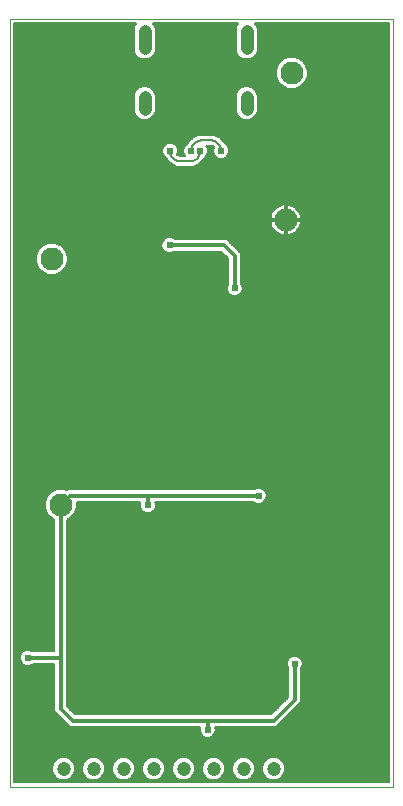
<source format=gbl>
G75*
%MOIN*%
%OFA0B0*%
%FSLAX25Y25*%
%IPPOS*%
%LPD*%
%AMOC8*
5,1,8,0,0,1.08239X$1,22.5*
%
%ADD10C,0.00000*%
%ADD11C,0.04331*%
%ADD12C,0.07677*%
%ADD13C,0.04724*%
%ADD14C,0.00600*%
%ADD15C,0.02400*%
%ADD16C,0.01000*%
%ADD17C,0.01200*%
%ADD18C,0.00500*%
D10*
X0001300Y0001500D02*
X0001300Y0257500D01*
X0129221Y0257500D01*
X0129221Y0001500D01*
X0001300Y0001500D01*
D11*
X0046292Y0227531D02*
X0046292Y0231469D01*
X0046292Y0231469D01*
X0046292Y0227531D01*
X0046292Y0227531D01*
X0046292Y0247649D02*
X0046292Y0253555D01*
X0046292Y0253555D01*
X0046292Y0247649D01*
X0046292Y0247649D01*
X0046292Y0251979D02*
X0046292Y0251979D01*
X0080308Y0253555D02*
X0080308Y0247649D01*
X0080308Y0253555D02*
X0080308Y0253555D01*
X0080308Y0247649D01*
X0080308Y0247649D01*
X0080308Y0251979D02*
X0080308Y0251979D01*
X0080308Y0231469D02*
X0080308Y0227531D01*
X0080308Y0231469D02*
X0080308Y0231469D01*
X0080308Y0227531D01*
X0080308Y0227531D01*
D12*
X0095300Y0239500D03*
X0093300Y0190500D03*
X0018300Y0095500D03*
X0015300Y0177500D03*
D13*
X0019300Y0007500D03*
X0029300Y0007500D03*
X0039300Y0007500D03*
X0049300Y0007500D03*
X0059300Y0007500D03*
X0069300Y0007500D03*
X0079300Y0007500D03*
X0089300Y0007500D03*
D14*
X0087913Y0003894D02*
X0080687Y0003894D01*
X0080068Y0003638D02*
X0081488Y0004226D01*
X0082574Y0005312D01*
X0083162Y0006732D01*
X0083162Y0008268D01*
X0082574Y0009688D01*
X0081488Y0010774D01*
X0080068Y0011362D01*
X0078532Y0011362D01*
X0077112Y0010774D01*
X0076026Y0009688D01*
X0075438Y0008268D01*
X0075438Y0006732D01*
X0076026Y0005312D01*
X0077112Y0004226D01*
X0078532Y0003638D01*
X0080068Y0003638D01*
X0081755Y0004493D02*
X0086845Y0004493D01*
X0087112Y0004226D02*
X0088532Y0003638D01*
X0090068Y0003638D01*
X0091488Y0004226D01*
X0092574Y0005312D01*
X0093162Y0006732D01*
X0093162Y0008268D01*
X0092574Y0009688D01*
X0091488Y0010774D01*
X0090068Y0011362D01*
X0088532Y0011362D01*
X0087112Y0010774D01*
X0086026Y0009688D01*
X0085438Y0008268D01*
X0085438Y0006732D01*
X0086026Y0005312D01*
X0087112Y0004226D01*
X0086247Y0005091D02*
X0082353Y0005091D01*
X0082731Y0005690D02*
X0085869Y0005690D01*
X0085622Y0006288D02*
X0082978Y0006288D01*
X0083162Y0006887D02*
X0085438Y0006887D01*
X0085438Y0007485D02*
X0083162Y0007485D01*
X0083162Y0008084D02*
X0085438Y0008084D01*
X0085609Y0008682D02*
X0082991Y0008682D01*
X0082743Y0009281D02*
X0085857Y0009281D01*
X0086217Y0009879D02*
X0082383Y0009879D01*
X0081784Y0010478D02*
X0086816Y0010478D01*
X0087841Y0011076D02*
X0080759Y0011076D01*
X0077841Y0011076D02*
X0070759Y0011076D01*
X0070068Y0011362D02*
X0068532Y0011362D01*
X0067112Y0010774D01*
X0066026Y0009688D01*
X0065438Y0008268D01*
X0065438Y0006732D01*
X0066026Y0005312D01*
X0067112Y0004226D01*
X0068532Y0003638D01*
X0070068Y0003638D01*
X0071488Y0004226D01*
X0072574Y0005312D01*
X0073162Y0006732D01*
X0073162Y0008268D01*
X0072574Y0009688D01*
X0071488Y0010774D01*
X0070068Y0011362D01*
X0071784Y0010478D02*
X0076816Y0010478D01*
X0076217Y0009879D02*
X0072383Y0009879D01*
X0072743Y0009281D02*
X0075857Y0009281D01*
X0075609Y0008682D02*
X0072991Y0008682D01*
X0073162Y0008084D02*
X0075438Y0008084D01*
X0075438Y0007485D02*
X0073162Y0007485D01*
X0073162Y0006887D02*
X0075438Y0006887D01*
X0075622Y0006288D02*
X0072978Y0006288D01*
X0072731Y0005690D02*
X0075869Y0005690D01*
X0076247Y0005091D02*
X0072353Y0005091D01*
X0071755Y0004493D02*
X0076845Y0004493D01*
X0077913Y0003894D02*
X0070687Y0003894D01*
X0067913Y0003894D02*
X0060687Y0003894D01*
X0060068Y0003638D02*
X0061488Y0004226D01*
X0062574Y0005312D01*
X0063162Y0006732D01*
X0063162Y0008268D01*
X0062574Y0009688D01*
X0061488Y0010774D01*
X0060068Y0011362D01*
X0058532Y0011362D01*
X0057112Y0010774D01*
X0056026Y0009688D01*
X0055438Y0008268D01*
X0055438Y0006732D01*
X0056026Y0005312D01*
X0057112Y0004226D01*
X0058532Y0003638D01*
X0060068Y0003638D01*
X0057913Y0003894D02*
X0050687Y0003894D01*
X0050068Y0003638D02*
X0051488Y0004226D01*
X0052574Y0005312D01*
X0053162Y0006732D01*
X0053162Y0008268D01*
X0052574Y0009688D01*
X0051488Y0010774D01*
X0050068Y0011362D01*
X0048532Y0011362D01*
X0047112Y0010774D01*
X0046026Y0009688D01*
X0045438Y0008268D01*
X0045438Y0006732D01*
X0046026Y0005312D01*
X0047112Y0004226D01*
X0048532Y0003638D01*
X0050068Y0003638D01*
X0051755Y0004493D02*
X0056845Y0004493D01*
X0056247Y0005091D02*
X0052353Y0005091D01*
X0052731Y0005690D02*
X0055869Y0005690D01*
X0055622Y0006288D02*
X0052978Y0006288D01*
X0053162Y0006887D02*
X0055438Y0006887D01*
X0055438Y0007485D02*
X0053162Y0007485D01*
X0053162Y0008084D02*
X0055438Y0008084D01*
X0055609Y0008682D02*
X0052991Y0008682D01*
X0052743Y0009281D02*
X0055857Y0009281D01*
X0056217Y0009879D02*
X0052383Y0009879D01*
X0051784Y0010478D02*
X0056816Y0010478D01*
X0057841Y0011076D02*
X0050759Y0011076D01*
X0047841Y0011076D02*
X0040759Y0011076D01*
X0040068Y0011362D02*
X0041488Y0010774D01*
X0042574Y0009688D01*
X0043162Y0008268D01*
X0043162Y0006732D01*
X0042574Y0005312D01*
X0041488Y0004226D01*
X0040068Y0003638D01*
X0038532Y0003638D01*
X0037112Y0004226D01*
X0036026Y0005312D01*
X0035438Y0006732D01*
X0035438Y0008268D01*
X0036026Y0009688D01*
X0037112Y0010774D01*
X0038532Y0011362D01*
X0040068Y0011362D01*
X0041784Y0010478D02*
X0046816Y0010478D01*
X0046217Y0009879D02*
X0042383Y0009879D01*
X0042743Y0009281D02*
X0045857Y0009281D01*
X0045609Y0008682D02*
X0042991Y0008682D01*
X0043162Y0008084D02*
X0045438Y0008084D01*
X0045438Y0007485D02*
X0043162Y0007485D01*
X0043162Y0006887D02*
X0045438Y0006887D01*
X0045622Y0006288D02*
X0042978Y0006288D01*
X0042731Y0005690D02*
X0045869Y0005690D01*
X0046247Y0005091D02*
X0042353Y0005091D01*
X0041755Y0004493D02*
X0046845Y0004493D01*
X0047913Y0003894D02*
X0040687Y0003894D01*
X0037913Y0003894D02*
X0030687Y0003894D01*
X0030068Y0003638D02*
X0031488Y0004226D01*
X0032574Y0005312D01*
X0033162Y0006732D01*
X0033162Y0008268D01*
X0032574Y0009688D01*
X0031488Y0010774D01*
X0030068Y0011362D01*
X0028532Y0011362D01*
X0027112Y0010774D01*
X0026026Y0009688D01*
X0025438Y0008268D01*
X0025438Y0006732D01*
X0026026Y0005312D01*
X0027112Y0004226D01*
X0028532Y0003638D01*
X0030068Y0003638D01*
X0027913Y0003894D02*
X0020687Y0003894D01*
X0020068Y0003638D02*
X0021488Y0004226D01*
X0022574Y0005312D01*
X0023162Y0006732D01*
X0023162Y0008268D01*
X0022574Y0009688D01*
X0021488Y0010774D01*
X0020068Y0011362D01*
X0018532Y0011362D01*
X0017112Y0010774D01*
X0016026Y0009688D01*
X0015438Y0008268D01*
X0015438Y0006732D01*
X0016026Y0005312D01*
X0017112Y0004226D01*
X0018532Y0003638D01*
X0020068Y0003638D01*
X0021755Y0004493D02*
X0026845Y0004493D01*
X0026247Y0005091D02*
X0022353Y0005091D01*
X0022731Y0005690D02*
X0025869Y0005690D01*
X0025622Y0006288D02*
X0022978Y0006288D01*
X0023162Y0006887D02*
X0025438Y0006887D01*
X0025438Y0007485D02*
X0023162Y0007485D01*
X0023162Y0008084D02*
X0025438Y0008084D01*
X0025609Y0008682D02*
X0022991Y0008682D01*
X0022743Y0009281D02*
X0025857Y0009281D01*
X0026217Y0009879D02*
X0022383Y0009879D01*
X0021784Y0010478D02*
X0026816Y0010478D01*
X0027841Y0011076D02*
X0020759Y0011076D01*
X0017841Y0011076D02*
X0002800Y0011076D01*
X0002800Y0010478D02*
X0016816Y0010478D01*
X0016217Y0009879D02*
X0002800Y0009879D01*
X0002800Y0009281D02*
X0015857Y0009281D01*
X0015609Y0008682D02*
X0002800Y0008682D01*
X0002800Y0008084D02*
X0015438Y0008084D01*
X0015438Y0007485D02*
X0002800Y0007485D01*
X0002800Y0006887D02*
X0015438Y0006887D01*
X0015622Y0006288D02*
X0002800Y0006288D01*
X0002800Y0005690D02*
X0015869Y0005690D01*
X0016247Y0005091D02*
X0002800Y0005091D01*
X0002800Y0004493D02*
X0016845Y0004493D01*
X0017913Y0003894D02*
X0002800Y0003894D01*
X0002800Y0003296D02*
X0127721Y0003296D01*
X0127721Y0003000D02*
X0002800Y0003000D01*
X0002800Y0256000D01*
X0043553Y0256000D01*
X0043185Y0255631D01*
X0042627Y0254284D01*
X0042627Y0246921D01*
X0043185Y0245573D01*
X0044216Y0244542D01*
X0045563Y0243984D01*
X0047021Y0243984D01*
X0048368Y0244542D01*
X0049399Y0245573D01*
X0049957Y0246921D01*
X0049957Y0254284D01*
X0049399Y0255631D01*
X0049031Y0256000D01*
X0077569Y0256000D01*
X0077201Y0255631D01*
X0076643Y0254284D01*
X0076643Y0246921D01*
X0077201Y0245573D01*
X0078232Y0244542D01*
X0079579Y0243984D01*
X0081037Y0243984D01*
X0082384Y0244542D01*
X0083415Y0245573D01*
X0083973Y0246921D01*
X0083973Y0254284D01*
X0083415Y0255631D01*
X0083047Y0256000D01*
X0127721Y0256000D01*
X0127721Y0003000D01*
X0127721Y0003894D02*
X0090687Y0003894D01*
X0091755Y0004493D02*
X0127721Y0004493D01*
X0127721Y0005091D02*
X0092353Y0005091D01*
X0092731Y0005690D02*
X0127721Y0005690D01*
X0127721Y0006288D02*
X0092978Y0006288D01*
X0093162Y0006887D02*
X0127721Y0006887D01*
X0127721Y0007485D02*
X0093162Y0007485D01*
X0093162Y0008084D02*
X0127721Y0008084D01*
X0127721Y0008682D02*
X0092991Y0008682D01*
X0092743Y0009281D02*
X0127721Y0009281D01*
X0127721Y0009879D02*
X0092383Y0009879D01*
X0091784Y0010478D02*
X0127721Y0010478D01*
X0127721Y0011076D02*
X0090759Y0011076D01*
X0090170Y0021400D02*
X0097170Y0028400D01*
X0098400Y0029630D01*
X0127721Y0029630D01*
X0127721Y0029032D02*
X0097801Y0029032D01*
X0097203Y0028433D02*
X0127721Y0028433D01*
X0127721Y0027834D02*
X0096604Y0027834D01*
X0097170Y0028400D02*
X0097170Y0028400D01*
X0096006Y0027236D02*
X0127721Y0027236D01*
X0127721Y0026637D02*
X0095407Y0026637D01*
X0094809Y0026039D02*
X0127721Y0026039D01*
X0127721Y0025440D02*
X0094210Y0025440D01*
X0093612Y0024842D02*
X0127721Y0024842D01*
X0127721Y0024243D02*
X0093013Y0024243D01*
X0092415Y0023645D02*
X0127721Y0023645D01*
X0127721Y0023046D02*
X0091816Y0023046D01*
X0091218Y0022448D02*
X0127721Y0022448D01*
X0127721Y0021849D02*
X0090619Y0021849D01*
X0090170Y0021400D02*
X0069850Y0021400D01*
X0070000Y0021037D01*
X0070000Y0019963D01*
X0069589Y0018971D01*
X0068829Y0018211D01*
X0067837Y0017800D01*
X0066763Y0017800D01*
X0065771Y0018211D01*
X0065011Y0018971D01*
X0064600Y0019963D01*
X0064600Y0021037D01*
X0064750Y0021400D01*
X0021430Y0021400D01*
X0020200Y0022630D01*
X0020200Y0022630D01*
X0017430Y0025400D01*
X0017430Y0025400D01*
X0016200Y0026630D01*
X0016200Y0042400D01*
X0009018Y0042400D01*
X0008829Y0042211D01*
X0007837Y0041800D01*
X0006763Y0041800D01*
X0005771Y0042211D01*
X0005011Y0042971D01*
X0004600Y0043963D01*
X0004600Y0045037D01*
X0005011Y0046029D01*
X0005771Y0046789D01*
X0006763Y0047200D01*
X0007837Y0047200D01*
X0008829Y0046789D01*
X0009018Y0046600D01*
X0016200Y0046600D01*
X0016200Y0090591D01*
X0015276Y0090974D01*
X0013774Y0092476D01*
X0012961Y0094438D01*
X0012961Y0096562D01*
X0013774Y0098524D01*
X0015276Y0100026D01*
X0017238Y0100839D01*
X0019362Y0100839D01*
X0020286Y0100456D01*
X0020430Y0100600D01*
X0082582Y0100600D01*
X0082771Y0100789D01*
X0083763Y0101200D01*
X0084837Y0101200D01*
X0085829Y0100789D01*
X0086589Y0100029D01*
X0087000Y0099037D01*
X0087000Y0097963D01*
X0086589Y0096971D01*
X0085829Y0096211D01*
X0084837Y0095800D01*
X0083763Y0095800D01*
X0082771Y0096211D01*
X0082582Y0096400D01*
X0049908Y0096400D01*
X0050100Y0095937D01*
X0050100Y0094863D01*
X0049689Y0093871D01*
X0048929Y0093111D01*
X0047937Y0092700D01*
X0046863Y0092700D01*
X0045871Y0093111D01*
X0045111Y0093871D01*
X0044700Y0094863D01*
X0044700Y0095937D01*
X0044892Y0096400D01*
X0023639Y0096400D01*
X0023639Y0094438D01*
X0022826Y0092476D01*
X0021324Y0090974D01*
X0020400Y0090591D01*
X0020400Y0028370D01*
X0023170Y0025600D01*
X0088430Y0025600D01*
X0094200Y0031370D01*
X0094200Y0040782D01*
X0094011Y0040971D01*
X0093600Y0041963D01*
X0093600Y0043037D01*
X0094011Y0044029D01*
X0094771Y0044789D01*
X0095763Y0045200D01*
X0096837Y0045200D01*
X0097829Y0044789D01*
X0098589Y0044029D01*
X0099000Y0043037D01*
X0099000Y0041963D01*
X0098589Y0040971D01*
X0098400Y0040782D01*
X0098400Y0029630D01*
X0098400Y0030229D02*
X0127721Y0030229D01*
X0127721Y0030827D02*
X0098400Y0030827D01*
X0098400Y0031426D02*
X0127721Y0031426D01*
X0127721Y0032024D02*
X0098400Y0032024D01*
X0098400Y0032623D02*
X0127721Y0032623D01*
X0127721Y0033221D02*
X0098400Y0033221D01*
X0098400Y0033820D02*
X0127721Y0033820D01*
X0127721Y0034418D02*
X0098400Y0034418D01*
X0098400Y0035017D02*
X0127721Y0035017D01*
X0127721Y0035615D02*
X0098400Y0035615D01*
X0098400Y0036214D02*
X0127721Y0036214D01*
X0127721Y0036812D02*
X0098400Y0036812D01*
X0098400Y0037411D02*
X0127721Y0037411D01*
X0127721Y0038009D02*
X0098400Y0038009D01*
X0098400Y0038608D02*
X0127721Y0038608D01*
X0127721Y0039206D02*
X0098400Y0039206D01*
X0098400Y0039805D02*
X0127721Y0039805D01*
X0127721Y0040403D02*
X0098400Y0040403D01*
X0098602Y0041002D02*
X0127721Y0041002D01*
X0127721Y0041600D02*
X0098850Y0041600D01*
X0099000Y0042199D02*
X0127721Y0042199D01*
X0127721Y0042797D02*
X0099000Y0042797D01*
X0098851Y0043396D02*
X0127721Y0043396D01*
X0127721Y0043994D02*
X0098603Y0043994D01*
X0098026Y0044593D02*
X0127721Y0044593D01*
X0127721Y0045191D02*
X0096858Y0045191D01*
X0095742Y0045191D02*
X0020400Y0045191D01*
X0020400Y0044593D02*
X0094574Y0044593D01*
X0093997Y0043994D02*
X0020400Y0043994D01*
X0020400Y0043396D02*
X0093749Y0043396D01*
X0093600Y0042797D02*
X0020400Y0042797D01*
X0020400Y0042199D02*
X0093600Y0042199D01*
X0093750Y0041600D02*
X0020400Y0041600D01*
X0020400Y0041002D02*
X0093998Y0041002D01*
X0094200Y0040403D02*
X0020400Y0040403D01*
X0020400Y0039805D02*
X0094200Y0039805D01*
X0094200Y0039206D02*
X0020400Y0039206D01*
X0020400Y0038608D02*
X0094200Y0038608D01*
X0094200Y0038009D02*
X0020400Y0038009D01*
X0020400Y0037411D02*
X0094200Y0037411D01*
X0094200Y0036812D02*
X0020400Y0036812D01*
X0020400Y0036214D02*
X0094200Y0036214D01*
X0094200Y0035615D02*
X0020400Y0035615D01*
X0020400Y0035017D02*
X0094200Y0035017D01*
X0094200Y0034418D02*
X0020400Y0034418D01*
X0020400Y0033820D02*
X0094200Y0033820D01*
X0094200Y0033221D02*
X0020400Y0033221D01*
X0020400Y0032623D02*
X0094200Y0032623D01*
X0094200Y0032024D02*
X0020400Y0032024D01*
X0020400Y0031426D02*
X0094200Y0031426D01*
X0093657Y0030827D02*
X0020400Y0030827D01*
X0020400Y0030229D02*
X0093059Y0030229D01*
X0092460Y0029630D02*
X0020400Y0029630D01*
X0020400Y0029032D02*
X0091862Y0029032D01*
X0091263Y0028433D02*
X0020400Y0028433D01*
X0020935Y0027834D02*
X0090665Y0027834D01*
X0090066Y0027236D02*
X0021534Y0027236D01*
X0022132Y0026637D02*
X0089468Y0026637D01*
X0088869Y0026039D02*
X0022731Y0026039D01*
X0020981Y0021849D02*
X0002800Y0021849D01*
X0002800Y0021251D02*
X0064689Y0021251D01*
X0064600Y0020652D02*
X0002800Y0020652D01*
X0002800Y0020054D02*
X0064600Y0020054D01*
X0064810Y0019455D02*
X0002800Y0019455D01*
X0002800Y0018857D02*
X0065125Y0018857D01*
X0065723Y0018258D02*
X0002800Y0018258D01*
X0002800Y0017660D02*
X0127721Y0017660D01*
X0127721Y0018258D02*
X0068877Y0018258D01*
X0069475Y0018857D02*
X0127721Y0018857D01*
X0127721Y0019455D02*
X0069790Y0019455D01*
X0070000Y0020054D02*
X0127721Y0020054D01*
X0127721Y0020652D02*
X0070000Y0020652D01*
X0069911Y0021251D02*
X0127721Y0021251D01*
X0127721Y0017061D02*
X0002800Y0017061D01*
X0002800Y0016463D02*
X0127721Y0016463D01*
X0127721Y0015864D02*
X0002800Y0015864D01*
X0002800Y0015266D02*
X0127721Y0015266D01*
X0127721Y0014667D02*
X0002800Y0014667D01*
X0002800Y0014069D02*
X0127721Y0014069D01*
X0127721Y0013470D02*
X0002800Y0013470D01*
X0002800Y0012872D02*
X0127721Y0012872D01*
X0127721Y0012273D02*
X0002800Y0012273D01*
X0002800Y0011675D02*
X0127721Y0011675D01*
X0127721Y0045790D02*
X0020400Y0045790D01*
X0020400Y0046388D02*
X0127721Y0046388D01*
X0127721Y0046987D02*
X0020400Y0046987D01*
X0020400Y0047585D02*
X0127721Y0047585D01*
X0127721Y0048184D02*
X0020400Y0048184D01*
X0020400Y0048782D02*
X0127721Y0048782D01*
X0127721Y0049381D02*
X0020400Y0049381D01*
X0020400Y0049979D02*
X0127721Y0049979D01*
X0127721Y0050578D02*
X0020400Y0050578D01*
X0020400Y0051176D02*
X0127721Y0051176D01*
X0127721Y0051775D02*
X0020400Y0051775D01*
X0020400Y0052373D02*
X0127721Y0052373D01*
X0127721Y0052972D02*
X0020400Y0052972D01*
X0020400Y0053570D02*
X0127721Y0053570D01*
X0127721Y0054169D02*
X0020400Y0054169D01*
X0020400Y0054768D02*
X0127721Y0054768D01*
X0127721Y0055366D02*
X0020400Y0055366D01*
X0020400Y0055965D02*
X0127721Y0055965D01*
X0127721Y0056563D02*
X0020400Y0056563D01*
X0020400Y0057162D02*
X0127721Y0057162D01*
X0127721Y0057760D02*
X0020400Y0057760D01*
X0020400Y0058359D02*
X0127721Y0058359D01*
X0127721Y0058957D02*
X0020400Y0058957D01*
X0020400Y0059556D02*
X0127721Y0059556D01*
X0127721Y0060154D02*
X0020400Y0060154D01*
X0020400Y0060753D02*
X0127721Y0060753D01*
X0127721Y0061351D02*
X0020400Y0061351D01*
X0020400Y0061950D02*
X0127721Y0061950D01*
X0127721Y0062548D02*
X0020400Y0062548D01*
X0020400Y0063147D02*
X0127721Y0063147D01*
X0127721Y0063745D02*
X0020400Y0063745D01*
X0020400Y0064344D02*
X0127721Y0064344D01*
X0127721Y0064942D02*
X0020400Y0064942D01*
X0020400Y0065541D02*
X0127721Y0065541D01*
X0127721Y0066139D02*
X0020400Y0066139D01*
X0020400Y0066738D02*
X0127721Y0066738D01*
X0127721Y0067336D02*
X0020400Y0067336D01*
X0020400Y0067935D02*
X0127721Y0067935D01*
X0127721Y0068533D02*
X0020400Y0068533D01*
X0020400Y0069132D02*
X0127721Y0069132D01*
X0127721Y0069730D02*
X0020400Y0069730D01*
X0020400Y0070329D02*
X0127721Y0070329D01*
X0127721Y0070927D02*
X0020400Y0070927D01*
X0020400Y0071526D02*
X0127721Y0071526D01*
X0127721Y0072124D02*
X0020400Y0072124D01*
X0020400Y0072723D02*
X0127721Y0072723D01*
X0127721Y0073321D02*
X0020400Y0073321D01*
X0020400Y0073920D02*
X0127721Y0073920D01*
X0127721Y0074518D02*
X0020400Y0074518D01*
X0020400Y0075117D02*
X0127721Y0075117D01*
X0127721Y0075715D02*
X0020400Y0075715D01*
X0020400Y0076314D02*
X0127721Y0076314D01*
X0127721Y0076912D02*
X0020400Y0076912D01*
X0020400Y0077511D02*
X0127721Y0077511D01*
X0127721Y0078109D02*
X0020400Y0078109D01*
X0020400Y0078708D02*
X0127721Y0078708D01*
X0127721Y0079306D02*
X0020400Y0079306D01*
X0020400Y0079905D02*
X0127721Y0079905D01*
X0127721Y0080503D02*
X0020400Y0080503D01*
X0020400Y0081102D02*
X0127721Y0081102D01*
X0127721Y0081701D02*
X0020400Y0081701D01*
X0020400Y0082299D02*
X0127721Y0082299D01*
X0127721Y0082898D02*
X0020400Y0082898D01*
X0020400Y0083496D02*
X0127721Y0083496D01*
X0127721Y0084095D02*
X0020400Y0084095D01*
X0020400Y0084693D02*
X0127721Y0084693D01*
X0127721Y0085292D02*
X0020400Y0085292D01*
X0020400Y0085890D02*
X0127721Y0085890D01*
X0127721Y0086489D02*
X0020400Y0086489D01*
X0020400Y0087087D02*
X0127721Y0087087D01*
X0127721Y0087686D02*
X0020400Y0087686D01*
X0020400Y0088284D02*
X0127721Y0088284D01*
X0127721Y0088883D02*
X0020400Y0088883D01*
X0020400Y0089481D02*
X0127721Y0089481D01*
X0127721Y0090080D02*
X0020400Y0090080D01*
X0020609Y0090678D02*
X0127721Y0090678D01*
X0127721Y0091277D02*
X0021627Y0091277D01*
X0022225Y0091875D02*
X0127721Y0091875D01*
X0127721Y0092474D02*
X0022824Y0092474D01*
X0023073Y0093072D02*
X0045964Y0093072D01*
X0045311Y0093671D02*
X0023321Y0093671D01*
X0023569Y0094269D02*
X0044946Y0094269D01*
X0044700Y0094868D02*
X0023639Y0094868D01*
X0023639Y0095466D02*
X0044700Y0095466D01*
X0044753Y0096065D02*
X0023639Y0096065D01*
X0015828Y0100254D02*
X0002800Y0100254D01*
X0002800Y0099656D02*
X0014906Y0099656D01*
X0014307Y0099057D02*
X0002800Y0099057D01*
X0002800Y0098459D02*
X0013747Y0098459D01*
X0013499Y0097860D02*
X0002800Y0097860D01*
X0002800Y0097262D02*
X0013251Y0097262D01*
X0013003Y0096663D02*
X0002800Y0096663D01*
X0002800Y0096065D02*
X0012961Y0096065D01*
X0012961Y0095466D02*
X0002800Y0095466D01*
X0002800Y0094868D02*
X0012961Y0094868D01*
X0013031Y0094269D02*
X0002800Y0094269D01*
X0002800Y0093671D02*
X0013279Y0093671D01*
X0013527Y0093072D02*
X0002800Y0093072D01*
X0002800Y0092474D02*
X0013776Y0092474D01*
X0014375Y0091875D02*
X0002800Y0091875D01*
X0002800Y0091277D02*
X0014973Y0091277D01*
X0015991Y0090678D02*
X0002800Y0090678D01*
X0002800Y0090080D02*
X0016200Y0090080D01*
X0016200Y0089481D02*
X0002800Y0089481D01*
X0002800Y0088883D02*
X0016200Y0088883D01*
X0016200Y0088284D02*
X0002800Y0088284D01*
X0002800Y0087686D02*
X0016200Y0087686D01*
X0016200Y0087087D02*
X0002800Y0087087D01*
X0002800Y0086489D02*
X0016200Y0086489D01*
X0016200Y0085890D02*
X0002800Y0085890D01*
X0002800Y0085292D02*
X0016200Y0085292D01*
X0016200Y0084693D02*
X0002800Y0084693D01*
X0002800Y0084095D02*
X0016200Y0084095D01*
X0016200Y0083496D02*
X0002800Y0083496D01*
X0002800Y0082898D02*
X0016200Y0082898D01*
X0016200Y0082299D02*
X0002800Y0082299D01*
X0002800Y0081701D02*
X0016200Y0081701D01*
X0016200Y0081102D02*
X0002800Y0081102D01*
X0002800Y0080503D02*
X0016200Y0080503D01*
X0016200Y0079905D02*
X0002800Y0079905D01*
X0002800Y0079306D02*
X0016200Y0079306D01*
X0016200Y0078708D02*
X0002800Y0078708D01*
X0002800Y0078109D02*
X0016200Y0078109D01*
X0016200Y0077511D02*
X0002800Y0077511D01*
X0002800Y0076912D02*
X0016200Y0076912D01*
X0016200Y0076314D02*
X0002800Y0076314D01*
X0002800Y0075715D02*
X0016200Y0075715D01*
X0016200Y0075117D02*
X0002800Y0075117D01*
X0002800Y0074518D02*
X0016200Y0074518D01*
X0016200Y0073920D02*
X0002800Y0073920D01*
X0002800Y0073321D02*
X0016200Y0073321D01*
X0016200Y0072723D02*
X0002800Y0072723D01*
X0002800Y0072124D02*
X0016200Y0072124D01*
X0016200Y0071526D02*
X0002800Y0071526D01*
X0002800Y0070927D02*
X0016200Y0070927D01*
X0016200Y0070329D02*
X0002800Y0070329D01*
X0002800Y0069730D02*
X0016200Y0069730D01*
X0016200Y0069132D02*
X0002800Y0069132D01*
X0002800Y0068533D02*
X0016200Y0068533D01*
X0016200Y0067935D02*
X0002800Y0067935D01*
X0002800Y0067336D02*
X0016200Y0067336D01*
X0016200Y0066738D02*
X0002800Y0066738D01*
X0002800Y0066139D02*
X0016200Y0066139D01*
X0016200Y0065541D02*
X0002800Y0065541D01*
X0002800Y0064942D02*
X0016200Y0064942D01*
X0016200Y0064344D02*
X0002800Y0064344D01*
X0002800Y0063745D02*
X0016200Y0063745D01*
X0016200Y0063147D02*
X0002800Y0063147D01*
X0002800Y0062548D02*
X0016200Y0062548D01*
X0016200Y0061950D02*
X0002800Y0061950D01*
X0002800Y0061351D02*
X0016200Y0061351D01*
X0016200Y0060753D02*
X0002800Y0060753D01*
X0002800Y0060154D02*
X0016200Y0060154D01*
X0016200Y0059556D02*
X0002800Y0059556D01*
X0002800Y0058957D02*
X0016200Y0058957D01*
X0016200Y0058359D02*
X0002800Y0058359D01*
X0002800Y0057760D02*
X0016200Y0057760D01*
X0016200Y0057162D02*
X0002800Y0057162D01*
X0002800Y0056563D02*
X0016200Y0056563D01*
X0016200Y0055965D02*
X0002800Y0055965D01*
X0002800Y0055366D02*
X0016200Y0055366D01*
X0016200Y0054768D02*
X0002800Y0054768D01*
X0002800Y0054169D02*
X0016200Y0054169D01*
X0016200Y0053570D02*
X0002800Y0053570D01*
X0002800Y0052972D02*
X0016200Y0052972D01*
X0016200Y0052373D02*
X0002800Y0052373D01*
X0002800Y0051775D02*
X0016200Y0051775D01*
X0016200Y0051176D02*
X0002800Y0051176D01*
X0002800Y0050578D02*
X0016200Y0050578D01*
X0016200Y0049979D02*
X0002800Y0049979D01*
X0002800Y0049381D02*
X0016200Y0049381D01*
X0016200Y0048782D02*
X0002800Y0048782D01*
X0002800Y0048184D02*
X0016200Y0048184D01*
X0016200Y0047585D02*
X0002800Y0047585D01*
X0002800Y0046987D02*
X0006248Y0046987D01*
X0005370Y0046388D02*
X0002800Y0046388D01*
X0002800Y0045790D02*
X0004912Y0045790D01*
X0004664Y0045191D02*
X0002800Y0045191D01*
X0002800Y0044593D02*
X0004600Y0044593D01*
X0004600Y0043994D02*
X0002800Y0043994D01*
X0002800Y0043396D02*
X0004835Y0043396D01*
X0005184Y0042797D02*
X0002800Y0042797D01*
X0002800Y0042199D02*
X0005800Y0042199D01*
X0008800Y0042199D02*
X0016200Y0042199D01*
X0016200Y0041600D02*
X0002800Y0041600D01*
X0002800Y0041002D02*
X0016200Y0041002D01*
X0016200Y0040403D02*
X0002800Y0040403D01*
X0002800Y0039805D02*
X0016200Y0039805D01*
X0016200Y0039206D02*
X0002800Y0039206D01*
X0002800Y0038608D02*
X0016200Y0038608D01*
X0016200Y0038009D02*
X0002800Y0038009D01*
X0002800Y0037411D02*
X0016200Y0037411D01*
X0016200Y0036812D02*
X0002800Y0036812D01*
X0002800Y0036214D02*
X0016200Y0036214D01*
X0016200Y0035615D02*
X0002800Y0035615D01*
X0002800Y0035017D02*
X0016200Y0035017D01*
X0016200Y0034418D02*
X0002800Y0034418D01*
X0002800Y0033820D02*
X0016200Y0033820D01*
X0016200Y0033221D02*
X0002800Y0033221D01*
X0002800Y0032623D02*
X0016200Y0032623D01*
X0016200Y0032024D02*
X0002800Y0032024D01*
X0002800Y0031426D02*
X0016200Y0031426D01*
X0016200Y0030827D02*
X0002800Y0030827D01*
X0002800Y0030229D02*
X0016200Y0030229D01*
X0016200Y0029630D02*
X0002800Y0029630D01*
X0002800Y0029032D02*
X0016200Y0029032D01*
X0016200Y0028433D02*
X0002800Y0028433D01*
X0002800Y0027834D02*
X0016200Y0027834D01*
X0016200Y0027236D02*
X0002800Y0027236D01*
X0002800Y0026637D02*
X0016200Y0026637D01*
X0016791Y0026039D02*
X0002800Y0026039D01*
X0002800Y0025440D02*
X0017390Y0025440D01*
X0017988Y0024842D02*
X0002800Y0024842D01*
X0002800Y0024243D02*
X0018587Y0024243D01*
X0019185Y0023645D02*
X0002800Y0023645D01*
X0002800Y0023046D02*
X0019784Y0023046D01*
X0020382Y0022448D02*
X0002800Y0022448D01*
X0008352Y0046987D02*
X0016200Y0046987D01*
X0030759Y0011076D02*
X0037841Y0011076D01*
X0036816Y0010478D02*
X0031784Y0010478D01*
X0032383Y0009879D02*
X0036217Y0009879D01*
X0035857Y0009281D02*
X0032743Y0009281D01*
X0032991Y0008682D02*
X0035609Y0008682D01*
X0035438Y0008084D02*
X0033162Y0008084D01*
X0033162Y0007485D02*
X0035438Y0007485D01*
X0035438Y0006887D02*
X0033162Y0006887D01*
X0032978Y0006288D02*
X0035622Y0006288D01*
X0035869Y0005690D02*
X0032731Y0005690D01*
X0032353Y0005091D02*
X0036247Y0005091D01*
X0036845Y0004493D02*
X0031755Y0004493D01*
X0060759Y0011076D02*
X0067841Y0011076D01*
X0066816Y0010478D02*
X0061784Y0010478D01*
X0062383Y0009879D02*
X0066217Y0009879D01*
X0065857Y0009281D02*
X0062743Y0009281D01*
X0062991Y0008682D02*
X0065609Y0008682D01*
X0065438Y0008084D02*
X0063162Y0008084D01*
X0063162Y0007485D02*
X0065438Y0007485D01*
X0065438Y0006887D02*
X0063162Y0006887D01*
X0062978Y0006288D02*
X0065622Y0006288D01*
X0065869Y0005690D02*
X0062731Y0005690D01*
X0062353Y0005091D02*
X0066247Y0005091D01*
X0066845Y0004493D02*
X0061755Y0004493D01*
X0048836Y0093072D02*
X0127721Y0093072D01*
X0127721Y0093671D02*
X0049489Y0093671D01*
X0049854Y0094269D02*
X0127721Y0094269D01*
X0127721Y0094868D02*
X0050100Y0094868D01*
X0050100Y0095466D02*
X0127721Y0095466D01*
X0127721Y0096065D02*
X0085476Y0096065D01*
X0086282Y0096663D02*
X0127721Y0096663D01*
X0127721Y0097262D02*
X0086710Y0097262D01*
X0086957Y0097860D02*
X0127721Y0097860D01*
X0127721Y0098459D02*
X0087000Y0098459D01*
X0086992Y0099057D02*
X0127721Y0099057D01*
X0127721Y0099656D02*
X0086744Y0099656D01*
X0086364Y0100254D02*
X0127721Y0100254D01*
X0127721Y0100853D02*
X0085675Y0100853D01*
X0082925Y0100853D02*
X0002800Y0100853D01*
X0002800Y0101451D02*
X0127721Y0101451D01*
X0127721Y0102050D02*
X0002800Y0102050D01*
X0002800Y0102648D02*
X0127721Y0102648D01*
X0127721Y0103247D02*
X0002800Y0103247D01*
X0002800Y0103845D02*
X0127721Y0103845D01*
X0127721Y0104444D02*
X0002800Y0104444D01*
X0002800Y0105042D02*
X0127721Y0105042D01*
X0127721Y0105641D02*
X0002800Y0105641D01*
X0002800Y0106239D02*
X0127721Y0106239D01*
X0127721Y0106838D02*
X0002800Y0106838D01*
X0002800Y0107437D02*
X0127721Y0107437D01*
X0127721Y0108035D02*
X0002800Y0108035D01*
X0002800Y0108634D02*
X0127721Y0108634D01*
X0127721Y0109232D02*
X0002800Y0109232D01*
X0002800Y0109831D02*
X0127721Y0109831D01*
X0127721Y0110429D02*
X0002800Y0110429D01*
X0002800Y0111028D02*
X0127721Y0111028D01*
X0127721Y0111626D02*
X0002800Y0111626D01*
X0002800Y0112225D02*
X0127721Y0112225D01*
X0127721Y0112823D02*
X0002800Y0112823D01*
X0002800Y0113422D02*
X0127721Y0113422D01*
X0127721Y0114020D02*
X0002800Y0114020D01*
X0002800Y0114619D02*
X0127721Y0114619D01*
X0127721Y0115217D02*
X0002800Y0115217D01*
X0002800Y0115816D02*
X0127721Y0115816D01*
X0127721Y0116414D02*
X0002800Y0116414D01*
X0002800Y0117013D02*
X0127721Y0117013D01*
X0127721Y0117611D02*
X0002800Y0117611D01*
X0002800Y0118210D02*
X0127721Y0118210D01*
X0127721Y0118808D02*
X0002800Y0118808D01*
X0002800Y0119407D02*
X0127721Y0119407D01*
X0127721Y0120005D02*
X0002800Y0120005D01*
X0002800Y0120604D02*
X0127721Y0120604D01*
X0127721Y0121202D02*
X0002800Y0121202D01*
X0002800Y0121801D02*
X0127721Y0121801D01*
X0127721Y0122399D02*
X0002800Y0122399D01*
X0002800Y0122998D02*
X0127721Y0122998D01*
X0127721Y0123596D02*
X0002800Y0123596D01*
X0002800Y0124195D02*
X0127721Y0124195D01*
X0127721Y0124793D02*
X0002800Y0124793D01*
X0002800Y0125392D02*
X0127721Y0125392D01*
X0127721Y0125990D02*
X0002800Y0125990D01*
X0002800Y0126589D02*
X0127721Y0126589D01*
X0127721Y0127187D02*
X0002800Y0127187D01*
X0002800Y0127786D02*
X0127721Y0127786D01*
X0127721Y0128384D02*
X0002800Y0128384D01*
X0002800Y0128983D02*
X0127721Y0128983D01*
X0127721Y0129581D02*
X0002800Y0129581D01*
X0002800Y0130180D02*
X0127721Y0130180D01*
X0127721Y0130778D02*
X0002800Y0130778D01*
X0002800Y0131377D02*
X0127721Y0131377D01*
X0127721Y0131975D02*
X0002800Y0131975D01*
X0002800Y0132574D02*
X0127721Y0132574D01*
X0127721Y0133172D02*
X0002800Y0133172D01*
X0002800Y0133771D02*
X0127721Y0133771D01*
X0127721Y0134370D02*
X0002800Y0134370D01*
X0002800Y0134968D02*
X0127721Y0134968D01*
X0127721Y0135567D02*
X0002800Y0135567D01*
X0002800Y0136165D02*
X0127721Y0136165D01*
X0127721Y0136764D02*
X0002800Y0136764D01*
X0002800Y0137362D02*
X0127721Y0137362D01*
X0127721Y0137961D02*
X0002800Y0137961D01*
X0002800Y0138559D02*
X0127721Y0138559D01*
X0127721Y0139158D02*
X0002800Y0139158D01*
X0002800Y0139756D02*
X0127721Y0139756D01*
X0127721Y0140355D02*
X0002800Y0140355D01*
X0002800Y0140953D02*
X0127721Y0140953D01*
X0127721Y0141552D02*
X0002800Y0141552D01*
X0002800Y0142150D02*
X0127721Y0142150D01*
X0127721Y0142749D02*
X0002800Y0142749D01*
X0002800Y0143347D02*
X0127721Y0143347D01*
X0127721Y0143946D02*
X0002800Y0143946D01*
X0002800Y0144544D02*
X0127721Y0144544D01*
X0127721Y0145143D02*
X0002800Y0145143D01*
X0002800Y0145741D02*
X0127721Y0145741D01*
X0127721Y0146340D02*
X0002800Y0146340D01*
X0002800Y0146938D02*
X0127721Y0146938D01*
X0127721Y0147537D02*
X0002800Y0147537D01*
X0002800Y0148135D02*
X0127721Y0148135D01*
X0127721Y0148734D02*
X0002800Y0148734D01*
X0002800Y0149332D02*
X0127721Y0149332D01*
X0127721Y0149931D02*
X0002800Y0149931D01*
X0002800Y0150529D02*
X0127721Y0150529D01*
X0127721Y0151128D02*
X0002800Y0151128D01*
X0002800Y0151726D02*
X0127721Y0151726D01*
X0127721Y0152325D02*
X0002800Y0152325D01*
X0002800Y0152923D02*
X0127721Y0152923D01*
X0127721Y0153522D02*
X0002800Y0153522D01*
X0002800Y0154120D02*
X0127721Y0154120D01*
X0127721Y0154719D02*
X0002800Y0154719D01*
X0002800Y0155317D02*
X0127721Y0155317D01*
X0127721Y0155916D02*
X0002800Y0155916D01*
X0002800Y0156514D02*
X0127721Y0156514D01*
X0127721Y0157113D02*
X0002800Y0157113D01*
X0002800Y0157711D02*
X0127721Y0157711D01*
X0127721Y0158310D02*
X0002800Y0158310D01*
X0002800Y0158908D02*
X0127721Y0158908D01*
X0127721Y0159507D02*
X0002800Y0159507D01*
X0002800Y0160105D02*
X0127721Y0160105D01*
X0127721Y0160704D02*
X0002800Y0160704D01*
X0002800Y0161303D02*
X0127721Y0161303D01*
X0127721Y0161901D02*
X0002800Y0161901D01*
X0002800Y0162500D02*
X0127721Y0162500D01*
X0127721Y0163098D02*
X0002800Y0163098D01*
X0002800Y0163697D02*
X0127721Y0163697D01*
X0127721Y0164295D02*
X0002800Y0164295D01*
X0002800Y0164894D02*
X0127721Y0164894D01*
X0127721Y0165492D02*
X0077910Y0165492D01*
X0077829Y0165411D02*
X0078589Y0166171D01*
X0079000Y0167163D01*
X0079000Y0168237D01*
X0078589Y0169229D01*
X0078400Y0169418D01*
X0078400Y0179370D01*
X0077170Y0180600D01*
X0073670Y0184100D01*
X0056318Y0184100D01*
X0056129Y0184289D01*
X0055137Y0184700D01*
X0054063Y0184700D01*
X0053071Y0184289D01*
X0052311Y0183529D01*
X0051900Y0182537D01*
X0051900Y0181463D01*
X0052311Y0180471D01*
X0053071Y0179711D01*
X0054063Y0179300D01*
X0055137Y0179300D01*
X0056129Y0179711D01*
X0056318Y0179900D01*
X0071930Y0179900D01*
X0074200Y0177630D01*
X0074200Y0169418D01*
X0074011Y0169229D01*
X0073600Y0168237D01*
X0073600Y0167163D01*
X0074011Y0166171D01*
X0074771Y0165411D01*
X0075763Y0165000D01*
X0076837Y0165000D01*
X0077829Y0165411D01*
X0078509Y0166091D02*
X0127721Y0166091D01*
X0127721Y0166689D02*
X0078804Y0166689D01*
X0079000Y0167288D02*
X0127721Y0167288D01*
X0127721Y0167886D02*
X0079000Y0167886D01*
X0078897Y0168485D02*
X0127721Y0168485D01*
X0127721Y0169083D02*
X0078650Y0169083D01*
X0078400Y0169682D02*
X0127721Y0169682D01*
X0127721Y0170280D02*
X0078400Y0170280D01*
X0078400Y0170879D02*
X0127721Y0170879D01*
X0127721Y0171477D02*
X0078400Y0171477D01*
X0078400Y0172076D02*
X0127721Y0172076D01*
X0127721Y0172674D02*
X0078400Y0172674D01*
X0078400Y0173273D02*
X0127721Y0173273D01*
X0127721Y0173871D02*
X0078400Y0173871D01*
X0078400Y0174470D02*
X0127721Y0174470D01*
X0127721Y0175068D02*
X0078400Y0175068D01*
X0078400Y0175667D02*
X0127721Y0175667D01*
X0127721Y0176265D02*
X0078400Y0176265D01*
X0078400Y0176864D02*
X0127721Y0176864D01*
X0127721Y0177462D02*
X0078400Y0177462D01*
X0078400Y0178061D02*
X0127721Y0178061D01*
X0127721Y0178659D02*
X0078400Y0178659D01*
X0078400Y0179258D02*
X0127721Y0179258D01*
X0127721Y0179856D02*
X0077913Y0179856D01*
X0077315Y0180455D02*
X0127721Y0180455D01*
X0127721Y0181053D02*
X0076716Y0181053D01*
X0076118Y0181652D02*
X0127721Y0181652D01*
X0127721Y0182250D02*
X0075519Y0182250D01*
X0074921Y0182849D02*
X0127721Y0182849D01*
X0127721Y0183447D02*
X0074322Y0183447D01*
X0073724Y0184046D02*
X0127721Y0184046D01*
X0127721Y0184644D02*
X0055271Y0184644D01*
X0053929Y0184644D02*
X0002800Y0184644D01*
X0002800Y0184046D02*
X0052828Y0184046D01*
X0052277Y0183447D02*
X0002800Y0183447D01*
X0002800Y0182849D02*
X0052029Y0182849D01*
X0051900Y0182250D02*
X0017782Y0182250D01*
X0018324Y0182026D02*
X0016362Y0182839D01*
X0014238Y0182839D01*
X0012276Y0182026D01*
X0010774Y0180524D01*
X0009961Y0178562D01*
X0009961Y0176438D01*
X0010774Y0174476D01*
X0012276Y0172974D01*
X0014238Y0172161D01*
X0016362Y0172161D01*
X0018324Y0172974D01*
X0019826Y0174476D01*
X0020639Y0176438D01*
X0020639Y0178562D01*
X0019826Y0180524D01*
X0018324Y0182026D01*
X0018698Y0181652D02*
X0051900Y0181652D01*
X0052070Y0181053D02*
X0019296Y0181053D01*
X0019854Y0180455D02*
X0052327Y0180455D01*
X0052925Y0179856D02*
X0020102Y0179856D01*
X0020350Y0179258D02*
X0072572Y0179258D01*
X0071974Y0179856D02*
X0056275Y0179856D01*
X0057256Y0208250D02*
X0062344Y0208250D01*
X0064274Y0209049D01*
X0065751Y0210526D01*
X0065751Y0210526D01*
X0065973Y0211064D01*
X0066329Y0211211D01*
X0067089Y0211971D01*
X0067500Y0212963D01*
X0067500Y0214037D01*
X0067089Y0215029D01*
X0066868Y0215250D01*
X0068300Y0215250D01*
X0068641Y0215216D01*
X0069272Y0214955D01*
X0069419Y0214808D01*
X0069100Y0214037D01*
X0069100Y0212963D01*
X0069511Y0211971D01*
X0070271Y0211211D01*
X0071263Y0210800D01*
X0072337Y0210800D01*
X0073329Y0211211D01*
X0074089Y0211971D01*
X0074500Y0212963D01*
X0074500Y0214037D01*
X0074089Y0215029D01*
X0073329Y0215789D01*
X0072973Y0215936D01*
X0072751Y0216474D01*
X0071274Y0217951D01*
X0069344Y0218750D01*
X0064575Y0218750D01*
X0064256Y0218750D01*
X0064256Y0218750D01*
X0062326Y0217951D01*
X0060849Y0216474D01*
X0060627Y0215936D01*
X0060271Y0215789D01*
X0059511Y0215029D01*
X0059100Y0214037D01*
X0059100Y0212963D01*
X0059511Y0211971D01*
X0059732Y0211750D01*
X0058300Y0211750D01*
X0057959Y0211784D01*
X0057328Y0212045D01*
X0057181Y0212192D01*
X0057500Y0212963D01*
X0057500Y0214037D01*
X0057089Y0215029D01*
X0056329Y0215789D01*
X0055337Y0216200D01*
X0054263Y0216200D01*
X0053271Y0215789D01*
X0052511Y0215029D01*
X0052100Y0214037D01*
X0052100Y0212963D01*
X0052511Y0211971D01*
X0053271Y0211211D01*
X0053627Y0211064D01*
X0053849Y0210526D01*
X0055326Y0209049D01*
X0055326Y0209049D01*
X0055326Y0209049D01*
X0057256Y0208250D01*
X0056447Y0208585D02*
X0002800Y0208585D01*
X0002800Y0209183D02*
X0055192Y0209183D01*
X0054593Y0209782D02*
X0002800Y0209782D01*
X0002800Y0210380D02*
X0053995Y0210380D01*
X0053849Y0210526D02*
X0053849Y0210526D01*
X0053662Y0210979D02*
X0002800Y0210979D01*
X0002800Y0211577D02*
X0052904Y0211577D01*
X0052426Y0212176D02*
X0002800Y0212176D01*
X0002800Y0212774D02*
X0052178Y0212774D01*
X0052100Y0213373D02*
X0002800Y0213373D01*
X0002800Y0213972D02*
X0052100Y0213972D01*
X0052321Y0214570D02*
X0002800Y0214570D01*
X0002800Y0215169D02*
X0052650Y0215169D01*
X0053249Y0215767D02*
X0002800Y0215767D01*
X0002800Y0216366D02*
X0060804Y0216366D01*
X0060849Y0216474D02*
X0060849Y0216474D01*
X0061339Y0216964D02*
X0002800Y0216964D01*
X0002800Y0217563D02*
X0061938Y0217563D01*
X0062326Y0217951D02*
X0062326Y0217951D01*
X0062834Y0218161D02*
X0002800Y0218161D01*
X0002800Y0218760D02*
X0127721Y0218760D01*
X0127721Y0219358D02*
X0002800Y0219358D01*
X0002800Y0219957D02*
X0127721Y0219957D01*
X0127721Y0220555D02*
X0002800Y0220555D01*
X0002800Y0221154D02*
X0127721Y0221154D01*
X0127721Y0221752D02*
X0002800Y0221752D01*
X0002800Y0222351D02*
X0127721Y0222351D01*
X0127721Y0222949D02*
X0002800Y0222949D01*
X0002800Y0223548D02*
X0127721Y0223548D01*
X0127721Y0224146D02*
X0081713Y0224146D01*
X0082384Y0224424D02*
X0083415Y0225455D01*
X0083973Y0226802D01*
X0083973Y0232198D01*
X0083415Y0233545D01*
X0082384Y0234576D01*
X0081037Y0235134D01*
X0079579Y0235134D01*
X0078232Y0234576D01*
X0077201Y0233545D01*
X0076643Y0232198D01*
X0076643Y0226802D01*
X0077201Y0225455D01*
X0078232Y0224424D01*
X0079579Y0223866D01*
X0081037Y0223866D01*
X0082384Y0224424D01*
X0082705Y0224745D02*
X0127721Y0224745D01*
X0127721Y0225343D02*
X0083303Y0225343D01*
X0083617Y0225942D02*
X0127721Y0225942D01*
X0127721Y0226540D02*
X0083865Y0226540D01*
X0083973Y0227139D02*
X0127721Y0227139D01*
X0127721Y0227737D02*
X0083973Y0227737D01*
X0083973Y0228336D02*
X0127721Y0228336D01*
X0127721Y0228934D02*
X0083973Y0228934D01*
X0083973Y0229533D02*
X0127721Y0229533D01*
X0127721Y0230131D02*
X0083973Y0230131D01*
X0083973Y0230730D02*
X0127721Y0230730D01*
X0127721Y0231328D02*
X0083973Y0231328D01*
X0083973Y0231927D02*
X0127721Y0231927D01*
X0127721Y0232525D02*
X0083837Y0232525D01*
X0083590Y0233124D02*
X0127721Y0233124D01*
X0127721Y0233722D02*
X0083238Y0233722D01*
X0082639Y0234321D02*
X0093853Y0234321D01*
X0094238Y0234161D02*
X0096362Y0234161D01*
X0098324Y0234974D01*
X0099826Y0236476D01*
X0100639Y0238438D01*
X0100639Y0240562D01*
X0099826Y0242524D01*
X0098324Y0244026D01*
X0096362Y0244839D01*
X0094238Y0244839D01*
X0092276Y0244026D01*
X0090774Y0242524D01*
X0089961Y0240562D01*
X0089961Y0238438D01*
X0090774Y0236476D01*
X0092276Y0234974D01*
X0094238Y0234161D01*
X0092408Y0234919D02*
X0081555Y0234919D01*
X0079061Y0234919D02*
X0047539Y0234919D01*
X0047021Y0235134D02*
X0048368Y0234576D01*
X0049399Y0233545D01*
X0049957Y0232198D01*
X0049957Y0226802D01*
X0049399Y0225455D01*
X0048368Y0224424D01*
X0047021Y0223866D01*
X0045563Y0223866D01*
X0044216Y0224424D01*
X0043185Y0225455D01*
X0042627Y0226802D01*
X0042627Y0232198D01*
X0043185Y0233545D01*
X0044216Y0234576D01*
X0045563Y0235134D01*
X0047021Y0235134D01*
X0045045Y0234919D02*
X0002800Y0234919D01*
X0002800Y0234321D02*
X0043961Y0234321D01*
X0043362Y0233722D02*
X0002800Y0233722D01*
X0002800Y0233124D02*
X0043010Y0233124D01*
X0042763Y0232525D02*
X0002800Y0232525D01*
X0002800Y0231927D02*
X0042627Y0231927D01*
X0042627Y0231328D02*
X0002800Y0231328D01*
X0002800Y0230730D02*
X0042627Y0230730D01*
X0042627Y0230131D02*
X0002800Y0230131D01*
X0002800Y0229533D02*
X0042627Y0229533D01*
X0042627Y0228934D02*
X0002800Y0228934D01*
X0002800Y0228336D02*
X0042627Y0228336D01*
X0042627Y0227737D02*
X0002800Y0227737D01*
X0002800Y0227139D02*
X0042627Y0227139D01*
X0042735Y0226540D02*
X0002800Y0226540D01*
X0002800Y0225942D02*
X0042983Y0225942D01*
X0043297Y0225343D02*
X0002800Y0225343D01*
X0002800Y0224745D02*
X0043895Y0224745D01*
X0044887Y0224146D02*
X0002800Y0224146D01*
X0002800Y0235518D02*
X0091732Y0235518D01*
X0091134Y0236116D02*
X0002800Y0236116D01*
X0002800Y0236715D02*
X0090675Y0236715D01*
X0090427Y0237313D02*
X0002800Y0237313D01*
X0002800Y0237912D02*
X0090179Y0237912D01*
X0089961Y0238510D02*
X0002800Y0238510D01*
X0002800Y0239109D02*
X0089961Y0239109D01*
X0089961Y0239708D02*
X0002800Y0239708D01*
X0002800Y0240306D02*
X0089961Y0240306D01*
X0090103Y0240905D02*
X0002800Y0240905D01*
X0002800Y0241503D02*
X0090351Y0241503D01*
X0090599Y0242102D02*
X0002800Y0242102D01*
X0002800Y0242700D02*
X0090950Y0242700D01*
X0091549Y0243299D02*
X0002800Y0243299D01*
X0002800Y0243897D02*
X0092147Y0243897D01*
X0093410Y0244496D02*
X0082271Y0244496D01*
X0082936Y0245094D02*
X0127721Y0245094D01*
X0127721Y0244496D02*
X0097190Y0244496D01*
X0098453Y0243897D02*
X0127721Y0243897D01*
X0127721Y0243299D02*
X0099051Y0243299D01*
X0099650Y0242700D02*
X0127721Y0242700D01*
X0127721Y0242102D02*
X0100001Y0242102D01*
X0100249Y0241503D02*
X0127721Y0241503D01*
X0127721Y0240905D02*
X0100497Y0240905D01*
X0100639Y0240306D02*
X0127721Y0240306D01*
X0127721Y0239708D02*
X0100639Y0239708D01*
X0100639Y0239109D02*
X0127721Y0239109D01*
X0127721Y0238510D02*
X0100639Y0238510D01*
X0100421Y0237912D02*
X0127721Y0237912D01*
X0127721Y0237313D02*
X0100173Y0237313D01*
X0099925Y0236715D02*
X0127721Y0236715D01*
X0127721Y0236116D02*
X0099466Y0236116D01*
X0098868Y0235518D02*
X0127721Y0235518D01*
X0127721Y0234919D02*
X0098192Y0234919D01*
X0096747Y0234321D02*
X0127721Y0234321D01*
X0127721Y0245693D02*
X0083465Y0245693D01*
X0083713Y0246291D02*
X0127721Y0246291D01*
X0127721Y0246890D02*
X0083960Y0246890D01*
X0083973Y0247488D02*
X0127721Y0247488D01*
X0127721Y0248087D02*
X0083973Y0248087D01*
X0083973Y0248685D02*
X0127721Y0248685D01*
X0127721Y0249284D02*
X0083973Y0249284D01*
X0083973Y0249882D02*
X0127721Y0249882D01*
X0127721Y0250481D02*
X0083973Y0250481D01*
X0083973Y0251079D02*
X0127721Y0251079D01*
X0127721Y0251678D02*
X0083973Y0251678D01*
X0083973Y0252276D02*
X0127721Y0252276D01*
X0127721Y0252875D02*
X0083973Y0252875D01*
X0083973Y0253473D02*
X0127721Y0253473D01*
X0127721Y0254072D02*
X0083973Y0254072D01*
X0083813Y0254670D02*
X0127721Y0254670D01*
X0127721Y0255269D02*
X0083565Y0255269D01*
X0083179Y0255867D02*
X0127721Y0255867D01*
X0127721Y0218161D02*
X0070766Y0218161D01*
X0071274Y0217951D02*
X0071274Y0217951D01*
X0071662Y0217563D02*
X0127721Y0217563D01*
X0127721Y0216964D02*
X0072261Y0216964D01*
X0072751Y0216474D02*
X0072751Y0216474D01*
X0072796Y0216366D02*
X0127721Y0216366D01*
X0127721Y0215767D02*
X0073351Y0215767D01*
X0073950Y0215169D02*
X0127721Y0215169D01*
X0127721Y0214570D02*
X0074279Y0214570D01*
X0074500Y0213972D02*
X0127721Y0213972D01*
X0127721Y0213373D02*
X0074500Y0213373D01*
X0074422Y0212774D02*
X0127721Y0212774D01*
X0127721Y0212176D02*
X0074174Y0212176D01*
X0073696Y0211577D02*
X0127721Y0211577D01*
X0127721Y0210979D02*
X0072769Y0210979D01*
X0070831Y0210979D02*
X0065938Y0210979D01*
X0065605Y0210380D02*
X0127721Y0210380D01*
X0127721Y0209782D02*
X0065007Y0209782D01*
X0064408Y0209183D02*
X0127721Y0209183D01*
X0127721Y0208585D02*
X0063153Y0208585D01*
X0064274Y0209049D02*
X0064274Y0209049D01*
X0066696Y0211577D02*
X0069904Y0211577D01*
X0069426Y0212176D02*
X0067174Y0212176D01*
X0067422Y0212774D02*
X0069178Y0212774D01*
X0069100Y0213373D02*
X0067500Y0213373D01*
X0067500Y0213972D02*
X0069100Y0213972D01*
X0069321Y0214570D02*
X0067279Y0214570D01*
X0066950Y0215169D02*
X0068757Y0215169D01*
X0076999Y0225942D02*
X0049601Y0225942D01*
X0049849Y0226540D02*
X0076751Y0226540D01*
X0076643Y0227139D02*
X0049957Y0227139D01*
X0049957Y0227737D02*
X0076643Y0227737D01*
X0076643Y0228336D02*
X0049957Y0228336D01*
X0049957Y0228934D02*
X0076643Y0228934D01*
X0076643Y0229533D02*
X0049957Y0229533D01*
X0049957Y0230131D02*
X0076643Y0230131D01*
X0076643Y0230730D02*
X0049957Y0230730D01*
X0049957Y0231328D02*
X0076643Y0231328D01*
X0076643Y0231927D02*
X0049957Y0231927D01*
X0049822Y0232525D02*
X0076778Y0232525D01*
X0077026Y0233124D02*
X0049574Y0233124D01*
X0049222Y0233722D02*
X0077378Y0233722D01*
X0077977Y0234321D02*
X0048623Y0234321D01*
X0049287Y0225343D02*
X0077313Y0225343D01*
X0077911Y0224745D02*
X0048689Y0224745D01*
X0047697Y0224146D02*
X0078903Y0224146D01*
X0078344Y0244496D02*
X0048256Y0244496D01*
X0048920Y0245094D02*
X0077680Y0245094D01*
X0077151Y0245693D02*
X0049449Y0245693D01*
X0049697Y0246291D02*
X0076903Y0246291D01*
X0076655Y0246890D02*
X0049945Y0246890D01*
X0049957Y0247488D02*
X0076643Y0247488D01*
X0076643Y0248087D02*
X0049957Y0248087D01*
X0049957Y0248685D02*
X0076643Y0248685D01*
X0076643Y0249284D02*
X0049957Y0249284D01*
X0049957Y0249882D02*
X0076643Y0249882D01*
X0076643Y0250481D02*
X0049957Y0250481D01*
X0049957Y0251079D02*
X0076643Y0251079D01*
X0076643Y0251678D02*
X0049957Y0251678D01*
X0049957Y0252276D02*
X0076643Y0252276D01*
X0076643Y0252875D02*
X0049957Y0252875D01*
X0049957Y0253473D02*
X0076643Y0253473D01*
X0076643Y0254072D02*
X0049957Y0254072D01*
X0049798Y0254670D02*
X0076802Y0254670D01*
X0077050Y0255269D02*
X0049550Y0255269D01*
X0049164Y0255867D02*
X0077436Y0255867D01*
X0060249Y0215767D02*
X0056351Y0215767D01*
X0056950Y0215169D02*
X0059650Y0215169D01*
X0059321Y0214570D02*
X0057279Y0214570D01*
X0057500Y0213972D02*
X0059100Y0213972D01*
X0059100Y0213373D02*
X0057500Y0213373D01*
X0057422Y0212774D02*
X0059178Y0212774D01*
X0059426Y0212176D02*
X0057197Y0212176D01*
X0044329Y0244496D02*
X0002800Y0244496D01*
X0002800Y0245094D02*
X0043664Y0245094D01*
X0043135Y0245693D02*
X0002800Y0245693D01*
X0002800Y0246291D02*
X0042887Y0246291D01*
X0042640Y0246890D02*
X0002800Y0246890D01*
X0002800Y0247488D02*
X0042627Y0247488D01*
X0042627Y0248087D02*
X0002800Y0248087D01*
X0002800Y0248685D02*
X0042627Y0248685D01*
X0042627Y0249284D02*
X0002800Y0249284D01*
X0002800Y0249882D02*
X0042627Y0249882D01*
X0042627Y0250481D02*
X0002800Y0250481D01*
X0002800Y0251079D02*
X0042627Y0251079D01*
X0042627Y0251678D02*
X0002800Y0251678D01*
X0002800Y0252276D02*
X0042627Y0252276D01*
X0042627Y0252875D02*
X0002800Y0252875D01*
X0002800Y0253473D02*
X0042627Y0253473D01*
X0042627Y0254072D02*
X0002800Y0254072D01*
X0002800Y0254670D02*
X0042787Y0254670D01*
X0043035Y0255269D02*
X0002800Y0255269D01*
X0002800Y0255867D02*
X0043421Y0255867D01*
X0012818Y0182250D02*
X0002800Y0182250D01*
X0002800Y0181652D02*
X0011902Y0181652D01*
X0011304Y0181053D02*
X0002800Y0181053D01*
X0002800Y0180455D02*
X0010746Y0180455D01*
X0010498Y0179856D02*
X0002800Y0179856D01*
X0002800Y0179258D02*
X0010250Y0179258D01*
X0010002Y0178659D02*
X0002800Y0178659D01*
X0002800Y0178061D02*
X0009961Y0178061D01*
X0009961Y0177462D02*
X0002800Y0177462D01*
X0002800Y0176864D02*
X0009961Y0176864D01*
X0010033Y0176265D02*
X0002800Y0176265D01*
X0002800Y0175667D02*
X0010281Y0175667D01*
X0010529Y0175068D02*
X0002800Y0175068D01*
X0002800Y0174470D02*
X0010780Y0174470D01*
X0011379Y0173871D02*
X0002800Y0173871D01*
X0002800Y0173273D02*
X0011977Y0173273D01*
X0013000Y0172674D02*
X0002800Y0172674D01*
X0002800Y0172076D02*
X0074200Y0172076D01*
X0074200Y0172674D02*
X0017600Y0172674D01*
X0018623Y0173273D02*
X0074200Y0173273D01*
X0074200Y0173871D02*
X0019221Y0173871D01*
X0019820Y0174470D02*
X0074200Y0174470D01*
X0074200Y0175068D02*
X0020071Y0175068D01*
X0020319Y0175667D02*
X0074200Y0175667D01*
X0074200Y0176265D02*
X0020567Y0176265D01*
X0020639Y0176864D02*
X0074200Y0176864D01*
X0074200Y0177462D02*
X0020639Y0177462D01*
X0020639Y0178061D02*
X0073769Y0178061D01*
X0073171Y0178659D02*
X0020598Y0178659D01*
X0002800Y0185243D02*
X0127721Y0185243D01*
X0127721Y0185841D02*
X0095476Y0185841D01*
X0095273Y0185738D02*
X0095993Y0186105D01*
X0096648Y0186581D01*
X0097219Y0187152D01*
X0097695Y0187807D01*
X0098062Y0188527D01*
X0098312Y0189297D01*
X0098439Y0190096D01*
X0098439Y0190200D01*
X0093600Y0190200D01*
X0093600Y0190800D01*
X0098439Y0190800D01*
X0098439Y0190904D01*
X0098312Y0191703D01*
X0098062Y0192473D01*
X0097695Y0193193D01*
X0097219Y0193848D01*
X0096648Y0194419D01*
X0095993Y0194895D01*
X0095273Y0195262D01*
X0094503Y0195512D01*
X0093704Y0195639D01*
X0093600Y0195639D01*
X0093600Y0190800D01*
X0093000Y0190800D01*
X0093000Y0195639D01*
X0092896Y0195639D01*
X0092097Y0195512D01*
X0091327Y0195262D01*
X0090607Y0194895D01*
X0089952Y0194419D01*
X0089381Y0193848D01*
X0088905Y0193193D01*
X0088538Y0192473D01*
X0088288Y0191703D01*
X0088161Y0190904D01*
X0088161Y0190800D01*
X0093000Y0190800D01*
X0093000Y0190200D01*
X0093600Y0190200D01*
X0093600Y0185361D01*
X0093704Y0185361D01*
X0094503Y0185488D01*
X0095273Y0185738D01*
X0096454Y0186440D02*
X0127721Y0186440D01*
X0127721Y0187039D02*
X0097106Y0187039D01*
X0097572Y0187637D02*
X0127721Y0187637D01*
X0127721Y0188236D02*
X0097913Y0188236D01*
X0098162Y0188834D02*
X0127721Y0188834D01*
X0127721Y0189433D02*
X0098334Y0189433D01*
X0098428Y0190031D02*
X0127721Y0190031D01*
X0127721Y0190630D02*
X0093600Y0190630D01*
X0093600Y0191228D02*
X0093000Y0191228D01*
X0093000Y0190630D02*
X0002800Y0190630D01*
X0002800Y0191228D02*
X0088213Y0191228D01*
X0088328Y0191827D02*
X0002800Y0191827D01*
X0002800Y0192425D02*
X0088522Y0192425D01*
X0088819Y0193024D02*
X0002800Y0193024D01*
X0002800Y0193622D02*
X0089217Y0193622D01*
X0089754Y0194221D02*
X0002800Y0194221D01*
X0002800Y0194819D02*
X0090503Y0194819D01*
X0091806Y0195418D02*
X0002800Y0195418D01*
X0002800Y0196016D02*
X0127721Y0196016D01*
X0127721Y0195418D02*
X0094794Y0195418D01*
X0093600Y0195418D02*
X0093000Y0195418D01*
X0093000Y0194819D02*
X0093600Y0194819D01*
X0093600Y0194221D02*
X0093000Y0194221D01*
X0093000Y0193622D02*
X0093600Y0193622D01*
X0093600Y0193024D02*
X0093000Y0193024D01*
X0093000Y0192425D02*
X0093600Y0192425D01*
X0093600Y0191827D02*
X0093000Y0191827D01*
X0093000Y0190200D02*
X0088161Y0190200D01*
X0088161Y0190096D01*
X0088288Y0189297D01*
X0088538Y0188527D01*
X0088905Y0187807D01*
X0089381Y0187152D01*
X0089952Y0186581D01*
X0090607Y0186105D01*
X0091327Y0185738D01*
X0092097Y0185488D01*
X0092896Y0185361D01*
X0093000Y0185361D01*
X0093000Y0190200D01*
X0093000Y0190031D02*
X0093600Y0190031D01*
X0093600Y0189433D02*
X0093000Y0189433D01*
X0093000Y0188834D02*
X0093600Y0188834D01*
X0093600Y0188236D02*
X0093000Y0188236D01*
X0093000Y0187637D02*
X0093600Y0187637D01*
X0093600Y0187039D02*
X0093000Y0187039D01*
X0093000Y0186440D02*
X0093600Y0186440D01*
X0093600Y0185841D02*
X0093000Y0185841D01*
X0091124Y0185841D02*
X0002800Y0185841D01*
X0002800Y0186440D02*
X0090146Y0186440D01*
X0089494Y0187039D02*
X0002800Y0187039D01*
X0002800Y0187637D02*
X0089028Y0187637D01*
X0088687Y0188236D02*
X0002800Y0188236D01*
X0002800Y0188834D02*
X0088438Y0188834D01*
X0088266Y0189433D02*
X0002800Y0189433D01*
X0002800Y0190031D02*
X0088172Y0190031D01*
X0096097Y0194819D02*
X0127721Y0194819D01*
X0127721Y0194221D02*
X0096846Y0194221D01*
X0097383Y0193622D02*
X0127721Y0193622D01*
X0127721Y0193024D02*
X0097781Y0193024D01*
X0098078Y0192425D02*
X0127721Y0192425D01*
X0127721Y0191827D02*
X0098272Y0191827D01*
X0098387Y0191228D02*
X0127721Y0191228D01*
X0127721Y0196615D02*
X0002800Y0196615D01*
X0002800Y0197213D02*
X0127721Y0197213D01*
X0127721Y0197812D02*
X0002800Y0197812D01*
X0002800Y0198410D02*
X0127721Y0198410D01*
X0127721Y0199009D02*
X0002800Y0199009D01*
X0002800Y0199607D02*
X0127721Y0199607D01*
X0127721Y0200206D02*
X0002800Y0200206D01*
X0002800Y0200804D02*
X0127721Y0200804D01*
X0127721Y0201403D02*
X0002800Y0201403D01*
X0002800Y0202001D02*
X0127721Y0202001D01*
X0127721Y0202600D02*
X0002800Y0202600D01*
X0002800Y0203198D02*
X0127721Y0203198D01*
X0127721Y0203797D02*
X0002800Y0203797D01*
X0002800Y0204395D02*
X0127721Y0204395D01*
X0127721Y0204994D02*
X0002800Y0204994D01*
X0002800Y0205592D02*
X0127721Y0205592D01*
X0127721Y0206191D02*
X0002800Y0206191D01*
X0002800Y0206789D02*
X0127721Y0206789D01*
X0127721Y0207388D02*
X0002800Y0207388D01*
X0002800Y0207986D02*
X0127721Y0207986D01*
X0074200Y0171477D02*
X0002800Y0171477D01*
X0002800Y0170879D02*
X0074200Y0170879D01*
X0074200Y0170280D02*
X0002800Y0170280D01*
X0002800Y0169682D02*
X0074200Y0169682D01*
X0073950Y0169083D02*
X0002800Y0169083D01*
X0002800Y0168485D02*
X0073703Y0168485D01*
X0073600Y0167886D02*
X0002800Y0167886D01*
X0002800Y0167288D02*
X0073600Y0167288D01*
X0073796Y0166689D02*
X0002800Y0166689D01*
X0002800Y0166091D02*
X0074091Y0166091D01*
X0074690Y0165492D02*
X0002800Y0165492D01*
X0050047Y0096065D02*
X0083124Y0096065D01*
D15*
X0084300Y0098500D03*
X0097300Y0114500D03*
X0094300Y0163500D03*
X0079300Y0175500D03*
X0076300Y0167700D03*
X0058600Y0198200D03*
X0051300Y0206000D03*
X0054800Y0213500D03*
X0051500Y0225100D03*
X0061800Y0213500D03*
X0064800Y0213500D03*
X0071800Y0213500D03*
X0075300Y0206000D03*
X0081300Y0206000D03*
X0087300Y0206000D03*
X0075111Y0225100D03*
X0054600Y0182000D03*
X0046300Y0182900D03*
X0040300Y0182900D03*
X0047300Y0160500D03*
X0057300Y0157500D03*
X0054300Y0095500D03*
X0047400Y0095400D03*
X0084300Y0049300D03*
X0096300Y0042500D03*
X0100300Y0059500D03*
X0112800Y0048000D03*
X0122800Y0059000D03*
X0067300Y0020500D03*
X0046300Y0018300D03*
X0007300Y0044500D03*
X0007300Y0054500D03*
X0010300Y0154500D03*
X0010300Y0168500D03*
X0022800Y0249600D03*
X0036300Y0254500D03*
X0116300Y0232500D03*
D16*
X0116300Y0234500D01*
X0087300Y0206000D02*
X0086800Y0205500D01*
X0086300Y0205500D01*
X0081300Y0205500D02*
X0080300Y0205500D01*
X0081300Y0205500D02*
X0081300Y0206000D01*
X0075300Y0206000D02*
X0075300Y0205500D01*
X0075111Y0224500D02*
X0074300Y0224500D01*
X0075111Y0224500D02*
X0075111Y0225100D01*
X0051500Y0225100D02*
X0050700Y0225100D01*
X0051300Y0206000D02*
X0051300Y0205500D01*
X0046300Y0182900D02*
X0045300Y0182900D01*
X0040300Y0182900D02*
X0040300Y0183900D01*
X0055300Y0157500D02*
X0057300Y0157500D01*
X0079300Y0175500D02*
X0079300Y0176500D01*
X0037300Y0254500D02*
X0036300Y0254500D01*
D17*
X0058300Y0199500D02*
X0058300Y0198500D01*
X0058600Y0198200D01*
X0054600Y0182000D02*
X0072800Y0182000D01*
X0076300Y0178500D01*
X0076300Y0167700D01*
X0047300Y0160500D02*
X0047300Y0159500D01*
X0047400Y0098500D02*
X0021300Y0098500D01*
X0018300Y0095500D01*
X0018300Y0044500D01*
X0007300Y0044500D01*
X0018300Y0044500D02*
X0018300Y0027500D01*
X0022300Y0023500D01*
X0067300Y0023500D01*
X0067300Y0020500D01*
X0067300Y0023500D02*
X0089300Y0023500D01*
X0096300Y0030500D01*
X0096300Y0042500D01*
X0100300Y0059500D02*
X0100300Y0060500D01*
X0084300Y0098500D02*
X0047400Y0098500D01*
X0047400Y0095400D01*
X0010300Y0154500D02*
X0010300Y0155500D01*
D18*
X0058300Y0210000D02*
X0061300Y0210000D01*
X0061417Y0210002D01*
X0061534Y0210008D01*
X0061650Y0210018D01*
X0061767Y0210031D01*
X0061882Y0210049D01*
X0061997Y0210070D01*
X0062111Y0210095D01*
X0062225Y0210124D01*
X0062337Y0210157D01*
X0062448Y0210194D01*
X0062558Y0210234D01*
X0062666Y0210278D01*
X0062773Y0210325D01*
X0062879Y0210376D01*
X0062982Y0210431D01*
X0063084Y0210489D01*
X0063183Y0210550D01*
X0063281Y0210614D01*
X0063376Y0210682D01*
X0063469Y0210753D01*
X0063560Y0210827D01*
X0063648Y0210904D01*
X0063733Y0210984D01*
X0063816Y0211067D01*
X0063896Y0211152D01*
X0063973Y0211240D01*
X0064047Y0211331D01*
X0064118Y0211424D01*
X0064186Y0211519D01*
X0064250Y0211617D01*
X0064311Y0211716D01*
X0064369Y0211818D01*
X0064424Y0211921D01*
X0064475Y0212027D01*
X0064522Y0212134D01*
X0064566Y0212242D01*
X0064606Y0212352D01*
X0064643Y0212463D01*
X0064676Y0212575D01*
X0064705Y0212689D01*
X0064730Y0212803D01*
X0064751Y0212918D01*
X0064769Y0213033D01*
X0064782Y0213150D01*
X0064792Y0213266D01*
X0064798Y0213383D01*
X0064800Y0213500D01*
X0061800Y0213500D02*
X0061802Y0213617D01*
X0061808Y0213734D01*
X0061818Y0213850D01*
X0061831Y0213967D01*
X0061849Y0214082D01*
X0061870Y0214197D01*
X0061895Y0214311D01*
X0061924Y0214425D01*
X0061957Y0214537D01*
X0061994Y0214648D01*
X0062034Y0214758D01*
X0062078Y0214866D01*
X0062125Y0214973D01*
X0062176Y0215079D01*
X0062231Y0215182D01*
X0062289Y0215284D01*
X0062350Y0215383D01*
X0062414Y0215481D01*
X0062482Y0215576D01*
X0062553Y0215669D01*
X0062627Y0215760D01*
X0062704Y0215848D01*
X0062784Y0215933D01*
X0062867Y0216016D01*
X0062952Y0216096D01*
X0063040Y0216173D01*
X0063131Y0216247D01*
X0063224Y0216318D01*
X0063319Y0216386D01*
X0063417Y0216450D01*
X0063516Y0216511D01*
X0063618Y0216569D01*
X0063721Y0216624D01*
X0063827Y0216675D01*
X0063934Y0216722D01*
X0064042Y0216766D01*
X0064152Y0216806D01*
X0064263Y0216843D01*
X0064375Y0216876D01*
X0064489Y0216905D01*
X0064603Y0216930D01*
X0064718Y0216951D01*
X0064833Y0216969D01*
X0064950Y0216982D01*
X0065066Y0216992D01*
X0065183Y0216998D01*
X0065300Y0217000D01*
X0068300Y0217000D01*
X0068417Y0216998D01*
X0068534Y0216992D01*
X0068650Y0216982D01*
X0068767Y0216969D01*
X0068882Y0216951D01*
X0068997Y0216930D01*
X0069111Y0216905D01*
X0069225Y0216876D01*
X0069337Y0216843D01*
X0069448Y0216806D01*
X0069558Y0216766D01*
X0069666Y0216722D01*
X0069773Y0216675D01*
X0069879Y0216624D01*
X0069982Y0216569D01*
X0070084Y0216511D01*
X0070183Y0216450D01*
X0070281Y0216386D01*
X0070376Y0216318D01*
X0070469Y0216247D01*
X0070560Y0216173D01*
X0070648Y0216096D01*
X0070733Y0216016D01*
X0070816Y0215933D01*
X0070896Y0215848D01*
X0070973Y0215760D01*
X0071047Y0215669D01*
X0071118Y0215576D01*
X0071186Y0215481D01*
X0071250Y0215383D01*
X0071311Y0215284D01*
X0071369Y0215182D01*
X0071424Y0215079D01*
X0071475Y0214973D01*
X0071522Y0214866D01*
X0071566Y0214758D01*
X0071606Y0214648D01*
X0071643Y0214537D01*
X0071676Y0214425D01*
X0071705Y0214311D01*
X0071730Y0214197D01*
X0071751Y0214082D01*
X0071769Y0213967D01*
X0071782Y0213850D01*
X0071792Y0213734D01*
X0071798Y0213617D01*
X0071800Y0213500D01*
X0058300Y0210000D02*
X0058183Y0210002D01*
X0058066Y0210008D01*
X0057950Y0210018D01*
X0057833Y0210031D01*
X0057718Y0210049D01*
X0057603Y0210070D01*
X0057489Y0210095D01*
X0057375Y0210124D01*
X0057263Y0210157D01*
X0057152Y0210194D01*
X0057042Y0210234D01*
X0056934Y0210278D01*
X0056827Y0210325D01*
X0056721Y0210376D01*
X0056618Y0210431D01*
X0056516Y0210489D01*
X0056417Y0210550D01*
X0056319Y0210614D01*
X0056224Y0210682D01*
X0056131Y0210753D01*
X0056040Y0210827D01*
X0055952Y0210904D01*
X0055867Y0210984D01*
X0055784Y0211067D01*
X0055704Y0211152D01*
X0055627Y0211240D01*
X0055553Y0211331D01*
X0055482Y0211424D01*
X0055414Y0211519D01*
X0055350Y0211617D01*
X0055289Y0211716D01*
X0055231Y0211818D01*
X0055176Y0211921D01*
X0055125Y0212027D01*
X0055078Y0212134D01*
X0055034Y0212242D01*
X0054994Y0212352D01*
X0054957Y0212463D01*
X0054924Y0212575D01*
X0054895Y0212689D01*
X0054870Y0212803D01*
X0054849Y0212918D01*
X0054831Y0213033D01*
X0054818Y0213150D01*
X0054808Y0213266D01*
X0054802Y0213383D01*
X0054800Y0213500D01*
M02*

</source>
